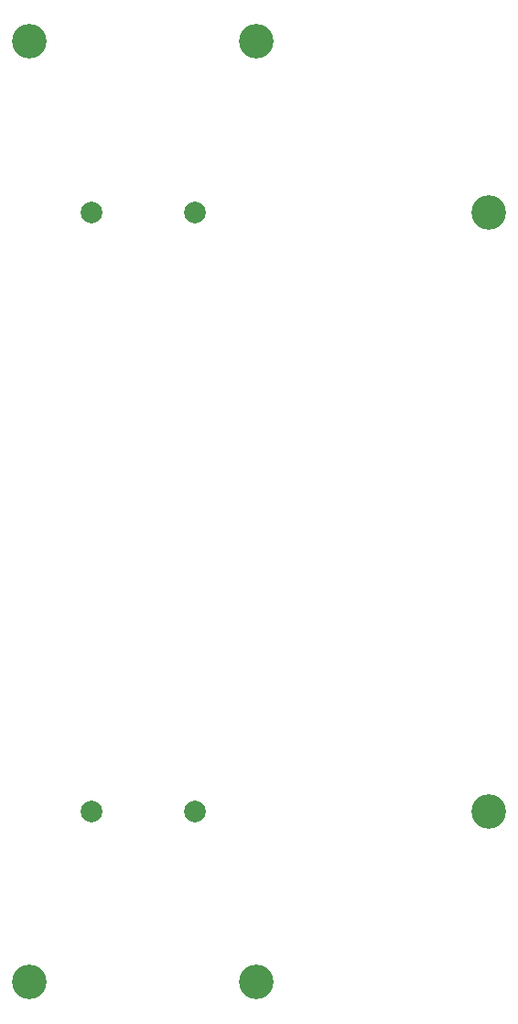
<source format=gbr>
%TF.GenerationSoftware,KiCad,Pcbnew,7.0.8*%
%TF.CreationDate,2023-10-27T09:14:47-04:00*%
%TF.ProjectId,bottom_mid_spacer,626f7474-6f6d-45f6-9d69-645f73706163,rev?*%
%TF.SameCoordinates,Original*%
%TF.FileFunction,Soldermask,Bot*%
%TF.FilePolarity,Negative*%
%FSLAX46Y46*%
G04 Gerber Fmt 4.6, Leading zero omitted, Abs format (unit mm)*
G04 Created by KiCad (PCBNEW 7.0.8) date 2023-10-27 09:14:47*
%MOMM*%
%LPD*%
G01*
G04 APERTURE LIST*
%ADD10C,3.200000*%
%ADD11C,2.000000*%
G04 APERTURE END LIST*
D10*
%TO.C,REF\u002A\u002A*%
X46990000Y-27699970D03*
%TD*%
%TO.C,REF\u002A\u002A*%
X25500000Y43500000D03*
%TD*%
D11*
%TO.C,REF\u002A\u002A*%
X10250000Y27700000D03*
%TD*%
D10*
%TO.C,REF\u002A\u002A*%
X25500000Y-43500000D03*
%TD*%
D11*
%TO.C,REF\u002A\u002A*%
X19750000Y-27700000D03*
%TD*%
D10*
%TO.C,REF\u002A\u002A*%
X4500000Y43500000D03*
%TD*%
%TO.C,REF\u002A\u002A*%
X46990000Y27699970D03*
%TD*%
D11*
%TO.C,REF\u002A\u002A*%
X10250000Y-27700000D03*
%TD*%
%TO.C,REF\u002A\u002A*%
X19750000Y27700000D03*
%TD*%
D10*
%TO.C,REF\u002A\u002A*%
X4500000Y-43500000D03*
%TD*%
M02*

</source>
